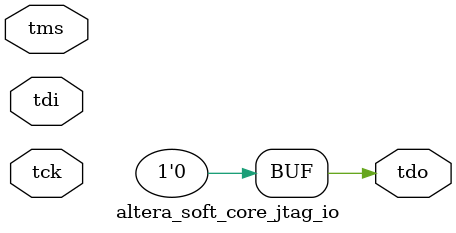
<source format=v>



module altera_soft_core_jtag_io
(
	input tck, tms, tdi, output tdo
);

	parameter ENABLE_JTAG_IO_SELECTION = 0;
	parameter NAME = "SOFT_JTAG";
	parameter HINTS = "";
	
	assign tdo = 1'b0;

endmodule

</source>
